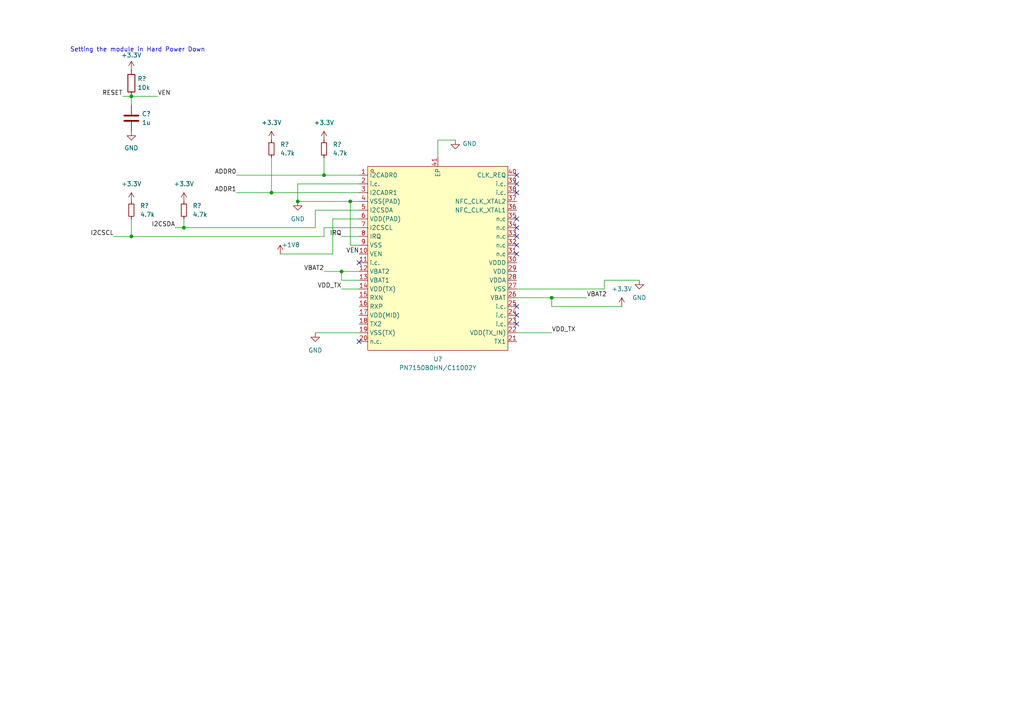
<source format=kicad_sch>
(kicad_sch (version 20230121) (generator eeschema)
  (paper "A4")
  (lib_symbols
    (symbol "Device:C" (pin_numbers hide) (pin_names (offset 0.254))
      (property "Reference" "C" (at 0.635 2.54 0))
      (property "Value" "C" (at 0.635 -2.54 0))
      (symbol "C_0_1"
        (polyline (pts (xy -2.032 -0.762) (xy 2.032 -0.762)) (stroke (width 0.508)))
        (polyline (pts (xy -2.032 0.762) (xy 2.032 0.762)) (stroke (width 0.508)))
      )
      (symbol "C_1_1"
        (pin passive line (at 0 3.81 270) (length 2.794) (name "~") (number "1"))
        (pin passive line (at 0 -3.81 90) (length 2.794) (name "~") (number "2"))
      )
    )
    (symbol "Device:R" (pin_numbers hide) (pin_names (offset 0))
      (property "Reference" "R" (at 2.032 0 90))
      (property "Value" "R" (at 0 0 90))
      (symbol "R_0_1"
        (rectangle (start -1.016 -2.54) (end 1.016 2.54) (stroke (width 0.254)))
      )
      (symbol "R_1_1"
        (pin passive line (at 0 3.81 270) (length 1.27) (name "~") (number "1"))
        (pin passive line (at 0 -3.81 90) (length 1.27) (name "~") (number "2"))
      )
    )
    (symbol "Device:R_Small" (pin_numbers hide) (pin_names (offset 0.254) hide)
      (property "Reference" "R" (at 0.762 0.508 0))
      (property "Value" "R_Small" (at 0.762 -1.016 0))
      (symbol "R_Small_0_1"
        (rectangle (start -0.762 1.778) (end 0.762 -1.778) (stroke (width 0.2032)))
      )
      (symbol "R_Small_1_1"
        (pin passive line (at 0 2.54 270) (length 0.762) (name "~") (number "1"))
        (pin passive line (at 0 -2.54 90) (length 0.762) (name "~") (number "2"))
      )
    )
    (symbol "my_symbol_library:PN7150B0HN_C11002Y"
      (property "Reference" "U" (at 0 34.29 0))
      (property "Value" "PN7150B0HN/C11002Y" (at 0 -29.21 0))
      (symbol "PN7150B0HN_C11002Y_0_1"
        (rectangle (start -20.32 26.67) (end 20.32 -26.67) (fill (type background)))
        (circle (center -19.05 25.4) (radius 0.38))
        (pin unspecified line (at -22.86 24.13 0) (length 2.54) (name "I2CADR0") (number "1"))
        (pin unspecified line (at -22.86 1.27 0) (length 2.54) (name "VEN") (number "10"))
        (pin unspecified line (at -22.86 -1.27 0) (length 2.54) (name "i.c.") (number "11"))
        (pin unspecified line (at -22.86 -3.81 0) (length 2.54) (name "VBAT2") (number "12"))
        (pin unspecified line (at -22.86 -6.35 0) (length 2.54) (name "VBAT1") (number "13"))
        (pin unspecified line (at -22.86 -8.89 0) (length 2.54) (name "VDD(TX)") (number "14"))
        (pin unspecified line (at -22.86 -11.43 0) (length 2.54) (name "RXN") (number "15"))
        (pin unspecified line (at -22.86 -13.97 0) (length 2.54) (name "RXP") (number "16"))
        (pin unspecified line (at -22.86 -16.51 0) (length 2.54) (name "VDD(MID)") (number "17"))
        (pin unspecified line (at -22.86 -19.05 0) (length 2.54) (name "TX2") (number "18"))
        (pin unspecified line (at -22.86 -21.59 0) (length 2.54) (name "VSS(TX)") (number "19"))
        (pin unspecified line (at -22.86 21.59 0) (length 2.54) (name "i.c.") (number "2"))
        (pin unspecified line (at -22.86 -24.13 0) (length 2.54) (name "n.c.") (number "20"))
        (pin unspecified line (at 22.86 -24.13 180) (length 2.54) (name "TX1") (number "21"))
        (pin unspecified line (at 22.86 -21.59 180) (length 2.54) (name "VDD(TX_IN)") (number "22"))
        (pin unspecified line (at 22.86 -19.05 180) (length 2.54) (name "i.c.") (number "23"))
        (pin unspecified line (at 22.86 -16.51 180) (length 2.54) (name "i.c.") (number "24"))
        (pin unspecified line (at 22.86 -13.97 180) (length 2.54) (name "i.c.") (number "25"))
        (pin unspecified line (at 22.86 -11.43 180) (length 2.54) (name "VBAT") (number "26"))
        (pin unspecified line (at 22.86 -8.89 180) (length 2.54) (name "VSS") (number "27"))
        (pin unspecified line (at 22.86 -6.35 180) (length 2.54) (name "VDDA") (number "28"))
        (pin unspecified line (at 22.86 -3.81 180) (length 2.54) (name "VDD") (number "29"))
        (pin unspecified line (at -22.86 19.05 0) (length 2.54) (name "I2CADR1") (number "3"))
        (pin unspecified line (at 22.86 -1.27 180) (length 2.54) (name "VDDD") (number "30"))
        (pin unspecified line (at 22.86 1.27 180) (length 2.54) (name "n.c") (number "31"))
        (pin unspecified line (at 22.86 3.81 180) (length 2.54) (name "n.c") (number "32"))
        (pin unspecified line (at 22.86 6.35 180) (length 2.54) (name "n.c") (number "33"))
        (pin unspecified line (at 22.86 8.89 180) (length 2.54) (name "n.c") (number "34"))
        (pin unspecified line (at 22.86 11.43 180) (length 2.54) (name "n.c") (number "35"))
        (pin unspecified line (at 22.86 13.97 180) (length 2.54) (name "NFC_CLK_XTAL1") (number "36"))
        (pin unspecified line (at 22.86 16.51 180) (length 2.54) (name "NFC_CLK_XTAL2") (number "37"))
        (pin unspecified line (at 22.86 19.05 180) (length 2.54) (name "i.c.") (number "38"))
        (pin unspecified line (at 22.86 21.59 180) (length 2.54) (name "i.c.") (number "39"))
        (pin unspecified line (at -22.86 16.51 0) (length 2.54) (name "VSS(PAD)") (number "4"))
        (pin unspecified line (at 22.86 24.13 180) (length 2.54) (name "CLK_REQ") (number "40"))
        (pin unspecified line (at 0 29.21 270) (length 2.54) (name "EP") (number "41"))
        (pin unspecified line (at -22.86 13.97 0) (length 2.54) (name "I2CSDA") (number "5"))
        (pin unspecified line (at -22.86 11.43 0) (length 2.54) (name "VDD(PAD)") (number "6"))
        (pin unspecified line (at -22.86 8.89 0) (length 2.54) (name "I2CSCL") (number "7"))
        (pin unspecified line (at -22.86 6.35 0) (length 2.54) (name "IRQ") (number "8"))
        (pin unspecified line (at -22.86 3.81 0) (length 2.54) (name "VSS") (number "9"))
      )
    )
    (symbol "power:+1V8" (power) (pin_names (offset 0))
      (property "Value" "+1V8" (at 0 3.556 0))
      (symbol "+1V8_0_1"
        (polyline (pts (xy -0.762 1.27) (xy 0 2.54)))
        (polyline (pts (xy 0 0) (xy 0 2.54)))
        (polyline (pts (xy 0 2.54) (xy 0.762 1.27)))
      )
      (symbol "+1V8_1_1"
        (pin power_in line (at 0 0 90) (length 0) hide (name "+1V8") (number "1"))
      )
    )
    (symbol "power:+3.3V" (power) (pin_names (offset 0))
      (property "Value" "+3.3V" (at 0 3.556 0))
      (symbol "+3.3V_0_1"
        (polyline (pts (xy -0.762 1.27) (xy 0 2.54)))
        (polyline (pts (xy 0 0) (xy 0 2.54)))
        (polyline (pts (xy 0 2.54) (xy 0.762 1.27)))
      )
      (symbol "+3.3V_1_1"
        (pin power_in line (at 0 0 90) (length 0) hide (name "+3.3V") (number "1"))
      )
    )
    (symbol "power:GND" (power) (pin_names (offset 0))
      (property "Value" "GND" (at 0 -3.81 0))
      (symbol "GND_0_1"
        (polyline (pts (xy 0 0) (xy 0 -1.27) (xy 1.27 -1.27) (xy 0 -2.54) (xy -1.27 -1.27) (xy 0 -1.27)))
      )
      (symbol "GND_1_1"
        (pin power_in line (at 0 0 270) (length 0) hide (name "GND") (number "1"))
      )
    )
  )
  (junction (at 160.02 86.36))
  (junction (at 53.34 66.04))
  (junction (at 99.06 78.74))
  (junction (at 78.74 55.88))
  (junction (at 86.36 58.42))
  (junction (at 38.1 27.94))
  (junction (at 93.98 50.8))
  (junction (at 101.6 58.42))
  (junction (at 38.1 68.58))
  (no_connect (at 149.86 55.88))
  (no_connect (at 149.86 50.8))
  (no_connect (at 149.86 93.98))
  (no_connect (at 104.14 76.2))
  (no_connect (at 149.86 71.12))
  (no_connect (at 149.86 53.34))
  (no_connect (at 149.86 88.9))
  (no_connect (at 149.86 73.66))
  (no_connect (at 149.86 91.44))
  (no_connect (at 149.86 66.04))
  (no_connect (at 149.86 63.5))
  (no_connect (at 149.86 68.58))
  (no_connect (at 104.14 99.06))
  (wire (pts (xy 93.98 45.72) (xy 93.98 50.8)))
  (wire (pts (xy 149.86 83.82) (xy 175.26 83.82)))
  (wire (pts (xy 96.52 63.5) (xy 96.52 73.66)))
  (wire (pts (xy 127 40.64) (xy 132.08 40.64)))
  (wire (pts (xy 99.06 78.74) (xy 104.14 78.74)))
  (wire (pts (xy 35.56 27.94) (xy 38.1 27.94)))
  (wire (pts (xy 104.14 60.96) (xy 91.44 60.96)))
  (wire (pts (xy 104.14 66.04) (xy 93.98 66.04)))
  (wire (pts (xy 160.02 88.9) (xy 180.34 88.9)))
  (wire (pts (xy 86.36 58.42) (xy 101.6 58.42)))
  (wire (pts (xy 81.28 73.66) (xy 96.52 73.66)))
  (wire (pts (xy 101.6 58.42) (xy 104.14 58.42)))
  (wire (pts (xy 160.02 86.36) (xy 160.02 88.9)))
  (wire (pts (xy 175.26 83.82) (xy 175.26 81.28)))
  (wire (pts (xy 93.98 50.8) (xy 104.14 50.8)))
  (wire (pts (xy 38.1 27.94) (xy 38.1 30.48)))
  (wire (pts (xy 160.02 86.36) (xy 170.18 86.36)))
  (wire (pts (xy 33.02 68.58) (xy 38.1 68.58)))
  (wire (pts (xy 104.14 71.12) (xy 101.6 71.12)))
  (wire (pts (xy 53.34 66.04) (xy 91.44 66.04)))
  (wire (pts (xy 68.58 50.8) (xy 93.98 50.8)))
  (wire (pts (xy 127 45.72) (xy 127 40.64)))
  (wire (pts (xy 50.8 66.04) (xy 53.34 66.04)))
  (wire (pts (xy 91.44 96.52) (xy 104.14 96.52)))
  (wire (pts (xy 53.34 63.5) (xy 53.34 66.04)))
  (wire (pts (xy 149.86 86.36) (xy 160.02 86.36)))
  (wire (pts (xy 38.1 63.5) (xy 38.1 68.58)))
  (wire (pts (xy 78.74 45.72) (xy 78.74 55.88)))
  (wire (pts (xy 104.14 81.28) (xy 99.06 81.28)))
  (wire (pts (xy 38.1 27.94) (xy 45.72 27.94)))
  (wire (pts (xy 149.86 96.52) (xy 160.02 96.52)))
  (wire (pts (xy 78.74 55.88) (xy 104.14 55.88)))
  (wire (pts (xy 38.1 68.58) (xy 93.98 68.58)))
  (wire (pts (xy 104.14 63.5) (xy 96.52 63.5)))
  (wire (pts (xy 175.26 81.28) (xy 185.42 81.28)))
  (wire (pts (xy 101.6 71.12) (xy 101.6 58.42)))
  (wire (pts (xy 93.98 66.04) (xy 93.98 68.58)))
  (wire (pts (xy 91.44 60.96) (xy 91.44 66.04)))
  (wire (pts (xy 93.98 78.74) (xy 99.06 78.74)))
  (wire (pts (xy 99.06 81.28) (xy 99.06 78.74)))
  (wire (pts (xy 99.06 83.82) (xy 104.14 83.82)))
  (wire (pts (xy 99.06 68.58) (xy 104.14 68.58)))
  (wire (pts (xy 86.36 53.34) (xy 86.36 58.42)))
  (wire (pts (xy 104.14 53.34) (xy 86.36 53.34)))
  (wire (pts (xy 68.58 55.88) (xy 78.74 55.88)))
  (text "Setting the module in Hard Power Down\n" (at 20.32 15.24 0) (effects (font (size 1.27 1.27)) (justify left bottom)))
  (label "VEN" (at 104.14 73.66 180))
  (label "ADDR0" (at 68.58 50.8 180))
  (label "IRQ" (at 99.06 68.58 180))
  (label "RESET" (at 35.56 27.94 180))
  (label "VDD_TX" (at 160.02 96.52 0))
  (label "I2CSCL" (at 33.02 68.58 180))
  (label "VEN" (at 45.72 27.94 0))
  (label "VDD_TX" (at 99.06 83.82 180))
  (label "VBAT2" (at 170.18 86.36 0))
  (label "ADDR1" (at 68.58 55.88 180))
  (label "I2CSDA" (at 50.8 66.04 180))
  (label "VBAT2" (at 93.98 78.74 180))
  (symbol (lib_id "Device:C") (at 38.1 34.29 0) (unit 1)
    (property "Reference" "C?" (at 41.148 33.02 0) (effects (justify left)))
    (property "Value" "1u" (at 41.148 35.56 0) (effects (justify left)))
    (property "Footprint" "Capacitor_SMD:C_0805_2012Metric" (effects hide))
  )
  (symbol (lib_id "Device:R_Small") (at 38.1 60.96 0) (unit 1)
    (property "Reference" "R?" (at 40.64 59.69 0) (effects (justify left)))
    (property "Value" "4.7k" (at 40.64 62.23 0) (effects (justify left)))
  )
  (symbol (lib_id "power:+3.3V") (at 53.34 58.42 0) (unit 1)
    (property "Reference" "#PWR05" (effects hide))
    (property "Value" "+3.3V" (at 53.34 53.34 0))
  )
  (symbol (lib_id "power:+1V8") (at 81.28 73.66 0) (unit 1)
    (property "Reference" "#PWR06" (effects hide))
    (property "Value" "+1V8" (at 84.327 71.0273 0))
  )
  (symbol (lib_id "power:GND") (at 38.1 38.1 0) (unit 1)
    (property "Reference" "#PWR010" (effects hide))
    (property "Value" "GND" (at 38.1 42.926 0))
  )
  (symbol (lib_id "power:GND") (at 91.44 96.52 0) (unit 1)
    (property "Reference" "#PWR011" (effects hide))
    (property "Value" "GND" (at 91.44 101.6 0))
  )
  (symbol (lib_id "power:GND") (at 132.08 40.64 0) (unit 1)
    (property "Reference" "#PWR07" (effects hide))
    (property "Value" "GND" (at 136.1994 41.6638 0))
  )
  (symbol (lib_id "my_symbol_library:PN7150B0HN_C11002Y") (at 127 74.93 0) (unit 1)
    (property "Reference" "U?" (at 127 104.14 0))
    (property "Value" "PN7150B0HN/C11002Y" (at 127 106.68 0))
    (property "Footprint" "my_lib:[RFID]NXP Semicon PN7150B0HN" (effects hide))
    (property "LCSC Part" "C702907" (effects hide))
  )
  (symbol (lib_id "power:GND") (at 185.42 81.28 0) (unit 1)
    (property "Reference" "#PWR012" (effects hide))
    (property "Value" "GND" (at 185.42 86.36 0))
  )
  (symbol (lib_id "power:+3.3V") (at 38.1 58.42 0) (unit 1)
    (property "Reference" "#PWR04" (effects hide))
    (property "Value" "+3.3V" (at 38.1 53.34 0))
  )
  (symbol (lib_id "Device:R_Small") (at 78.74 43.18 0) (unit 1)
    (property "Reference" "R?" (at 81.28 41.91 0) (effects (justify left)))
    (property "Value" "4.7k" (at 81.28 44.45 0) (effects (justify left)))
  )
  (symbol (lib_id "power:+3.3V") (at 93.98 40.64 0) (unit 1)
    (property "Reference" "#PWR01" (effects hide))
    (property "Value" "+3.3V" (at 93.98 35.56 0))
  )
  (symbol (lib_id "Device:R_Small") (at 53.34 60.96 0) (unit 1)
    (property "Reference" "R?" (at 55.88 59.69 0) (effects (justify left)))
    (property "Value" "4.7k" (at 55.88 62.23 0) (effects (justify left)))
  )
  (symbol (lib_id "Device:R_Small") (at 93.98 43.18 0) (unit 1)
    (property "Reference" "R?" (at 96.52 41.91 0) (effects (justify left)))
    (property "Value" "4.7k" (at 96.52 44.45 0) (effects (justify left)))
  )
  (symbol (lib_id "power:+3.3V") (at 38.1 20.32 0) (unit 1)
    (property "Reference" "#PWR08" (effects hide))
    (property "Value" "+3.3V" (at 38.1 16.002 0))
  )
  (symbol (lib_id "Device:R") (at 38.1 24.13 0) (unit 1)
    (property "Reference" "R?" (at 39.878 22.86 0) (effects (justify left)))
    (property "Value" "10k" (at 39.878 25.4 0) (effects (justify left)))
    (property "Footprint" "Resistor_SMD:R_0805_2012Metric" (effects hide))
  )
  (symbol (lib_id "power:+3.3V") (at 180.34 88.9 0) (unit 1)
    (property "Reference" "#PWR09" (effects hide))
    (property "Value" "+3.3V" (at 180.34 83.82 0))
  )
  (symbol (lib_id "power:+3.3V") (at 78.74 40.64 0) (unit 1)
    (property "Reference" "#PWR02" (effects hide))
    (property "Value" "+3.3V" (at 78.74 35.56 0))
  )
  (symbol (lib_id "power:GND") (at 86.36 58.42 0) (unit 1)
    (property "Reference" "#PWR03" (effects hide))
    (property "Value" "GND" (at 86.36 63.5 0))
  )
)
</source>
